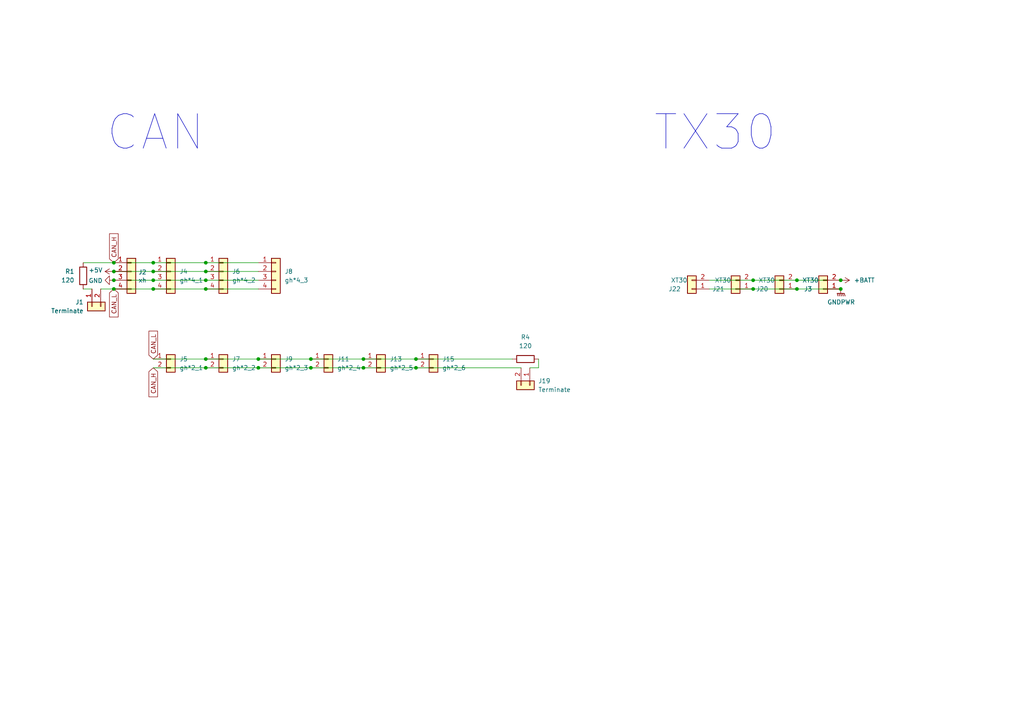
<source format=kicad_sch>
(kicad_sch (version 20230121) (generator eeschema)
  (paper "A4")
  (lib_symbols
    (symbol "Connector_Generic:Conn_01x02" (pin_names (offset 1.016) hide)
      (property "Reference" "J" (at 0 2.54 0))
      (property "Value" "Conn_01x02" (at 0 -5.08 0))
      (symbol "Conn_01x02_1_1"
        (rectangle (start -1.27 -2.413) (end 0 -2.667) (stroke (width 0.1524)))
        (rectangle (start -1.27 0.127) (end 0 -0.127) (stroke (width 0.1524)))
        (rectangle (start -1.27 1.27) (end 1.27 -3.81) (stroke (width 0.254)) (fill (type background)))
        (pin passive line (at -5.08 0 0) (length 3.81) (name "Pin_1") (number "1"))
        (pin passive line (at -5.08 -2.54 0) (length 3.81) (name "Pin_2") (number "2"))
      )
    )
    (symbol "Connector_Generic:Conn_01x04" (pin_names (offset 1.016) hide)
      (property "Reference" "J" (at 0 5.08 0))
      (property "Value" "Conn_01x04" (at 0 -7.62 0))
      (symbol "Conn_01x04_1_1"
        (rectangle (start -1.27 -4.953) (end 0 -5.207) (stroke (width 0.1524)))
        (rectangle (start -1.27 -2.413) (end 0 -2.667) (stroke (width 0.1524)))
        (rectangle (start -1.27 0.127) (end 0 -0.127) (stroke (width 0.1524)))
        (rectangle (start -1.27 2.667) (end 0 2.413) (stroke (width 0.1524)))
        (rectangle (start -1.27 3.81) (end 1.27 -6.35) (stroke (width 0.254)) (fill (type background)))
        (pin passive line (at -5.08 2.54 0) (length 3.81) (name "Pin_1") (number "1"))
        (pin passive line (at -5.08 0 0) (length 3.81) (name "Pin_2") (number "2"))
        (pin passive line (at -5.08 -2.54 0) (length 3.81) (name "Pin_3") (number "3"))
        (pin passive line (at -5.08 -5.08 0) (length 3.81) (name "Pin_4") (number "4"))
      )
    )
    (symbol "Device:R" (pin_numbers hide) (pin_names (offset 0))
      (property "Reference" "R" (at 2.032 0 90))
      (property "Value" "R" (at 0 0 90))
      (symbol "R_0_1"
        (rectangle (start -1.016 -2.54) (end 1.016 2.54) (stroke (width 0.254)))
      )
      (symbol "R_1_1"
        (pin passive line (at 0 3.81 270) (length 1.27) (name "~") (number "1"))
        (pin passive line (at 0 -3.81 90) (length 1.27) (name "~") (number "2"))
      )
    )
    (symbol "power:+5V" (power) (pin_names (offset 0))
      (property "Value" "+5V" (at 0 3.556 0))
      (symbol "+5V_0_1"
        (polyline (pts (xy -0.762 1.27) (xy 0 2.54)))
        (polyline (pts (xy 0 0) (xy 0 2.54)))
        (polyline (pts (xy 0 2.54) (xy 0.762 1.27)))
      )
      (symbol "+5V_1_1"
        (pin power_in line (at 0 0 90) (length 0) hide (name "+5V") (number "1"))
      )
    )
    (symbol "power:+BATT" (power) (pin_names (offset 0))
      (property "Value" "+BATT" (at 0 3.556 0))
      (symbol "+BATT_0_1"
        (polyline (pts (xy -0.762 1.27) (xy 0 2.54)))
        (polyline (pts (xy 0 0) (xy 0 2.54)))
        (polyline (pts (xy 0 2.54) (xy 0.762 1.27)))
      )
      (symbol "+BATT_1_1"
        (pin power_in line (at 0 0 90) (length 0) hide (name "+BATT") (number "1"))
      )
    )
    (symbol "power:GND" (power) (pin_names (offset 0))
      (property "Value" "GND" (at 0 -3.81 0))
      (symbol "GND_0_1"
        (polyline (pts (xy 0 0) (xy 0 -1.27) (xy 1.27 -1.27) (xy 0 -2.54) (xy -1.27 -1.27) (xy 0 -1.27)))
      )
      (symbol "GND_1_1"
        (pin power_in line (at 0 0 270) (length 0) hide (name "GND") (number "1"))
      )
    )
    (symbol "power:GNDPWR" (power) (pin_names (offset 0))
      (property "Value" "GNDPWR" (at 0 -3.302 0))
      (symbol "GNDPWR_0_1"
        (polyline (pts (xy 0 -1.27) (xy 0 0)))
        (polyline (pts (xy -1.016 -1.27) (xy -1.27 -2.032) (xy -1.27 -2.032)) (stroke (width 0.2032)))
        (polyline (pts (xy -0.508 -1.27) (xy -0.762 -2.032) (xy -0.762 -2.032)) (stroke (width 0.2032)))
        (polyline (pts (xy 0 -1.27) (xy -0.254 -2.032) (xy -0.254 -2.032)) (stroke (width 0.2032)))
        (polyline (pts (xy 0.508 -1.27) (xy 0.254 -2.032) (xy 0.254 -2.032)) (stroke (width 0.2032)))
        (polyline (pts (xy 1.016 -1.27) (xy -1.016 -1.27) (xy -1.016 -1.27)) (stroke (width 0.2032)))
        (polyline (pts (xy 1.016 -1.27) (xy 0.762 -2.032) (xy 0.762 -2.032) (xy 0.762 -2.032)) (stroke (width 0.2032)))
      )
      (symbol "GNDPWR_1_1"
        (pin power_in line (at 0 0 270) (length 0) hide (name "GNDPWR") (number "1"))
      )
    )
  )
  (junction (at 59.69 78.74))
  (junction (at 59.69 83.82))
  (junction (at 243.84 81.28))
  (junction (at 59.69 104.14))
  (junction (at 59.69 76.2))
  (junction (at 231.14 83.82))
  (junction (at 33.02 81.28))
  (junction (at 33.02 78.74))
  (junction (at 33.02 76.2))
  (junction (at 59.69 81.28))
  (junction (at 74.93 106.68))
  (junction (at 44.45 78.74))
  (junction (at 243.84 83.82))
  (junction (at 59.69 106.68))
  (junction (at 44.45 76.2))
  (junction (at 44.45 81.28))
  (junction (at 74.93 104.14))
  (junction (at 90.17 106.68))
  (junction (at 33.02 83.82))
  (junction (at 120.65 104.14))
  (junction (at 218.44 83.82))
  (junction (at 105.41 106.68))
  (junction (at 90.17 104.14))
  (junction (at 120.65 106.68))
  (junction (at 44.45 83.82))
  (junction (at 231.14 81.28))
  (junction (at 105.41 104.14))
  (junction (at 218.44 81.28))
  (wire (pts (xy 231.14 81.28) (xy 218.44 81.28)))
  (wire (pts (xy 59.69 106.68) (xy 74.93 106.68)))
  (wire (pts (xy 105.41 104.14) (xy 120.65 104.14)))
  (wire (pts (xy 218.44 83.82) (xy 205.74 83.82)))
  (wire (pts (xy 26.67 83.82) (xy 24.13 83.82)))
  (wire (pts (xy 59.69 83.82) (xy 74.93 83.82)))
  (wire (pts (xy 59.69 76.2) (xy 74.93 76.2)))
  (wire (pts (xy 90.17 106.68) (xy 105.41 106.68)))
  (wire (pts (xy 59.69 81.28) (xy 74.93 81.28)))
  (wire (pts (xy 153.67 106.68) (xy 156.21 106.68)))
  (wire (pts (xy 218.44 81.28) (xy 205.74 81.28)))
  (wire (pts (xy 44.45 78.74) (xy 59.69 78.74)))
  (wire (pts (xy 59.69 104.14) (xy 74.93 104.14)))
  (wire (pts (xy 33.02 83.82) (xy 29.21 83.82)))
  (wire (pts (xy 156.21 104.14) (xy 156.21 106.68)))
  (wire (pts (xy 74.93 106.68) (xy 90.17 106.68)))
  (wire (pts (xy 243.84 83.82) (xy 231.14 83.82)))
  (wire (pts (xy 44.45 83.82) (xy 59.69 83.82)))
  (wire (pts (xy 74.93 104.14) (xy 90.17 104.14)))
  (wire (pts (xy 59.69 78.74) (xy 74.93 78.74)))
  (wire (pts (xy 44.45 76.2) (xy 59.69 76.2)))
  (wire (pts (xy 231.14 83.82) (xy 218.44 83.82)))
  (wire (pts (xy 33.02 76.2) (xy 24.13 76.2)))
  (wire (pts (xy 44.45 104.14) (xy 59.69 104.14)))
  (wire (pts (xy 120.65 106.68) (xy 151.13 106.68)))
  (wire (pts (xy 44.45 81.28) (xy 59.69 81.28)))
  (wire (pts (xy 33.02 83.82) (xy 44.45 83.82)))
  (wire (pts (xy 33.02 78.74) (xy 44.45 78.74)))
  (wire (pts (xy 120.65 104.14) (xy 148.59 104.14)))
  (wire (pts (xy 33.02 76.2) (xy 44.45 76.2)))
  (wire (pts (xy 44.45 106.68) (xy 59.69 106.68)))
  (wire (pts (xy 105.41 106.68) (xy 120.65 106.68)))
  (wire (pts (xy 33.02 81.28) (xy 44.45 81.28)))
  (wire (pts (xy 90.17 104.14) (xy 105.41 104.14)))
  (wire (pts (xy 243.84 81.28) (xy 231.14 81.28)))
  (text "CAN" (at 30.48 44.45 0) (effects (font (size 10 10)) (justify left bottom)))
  (text "TX30" (at 189.23 44.45 0) (effects (font (size 10 10)) (justify left bottom)))
  (global_label "CAN_H" (shape input) (at 33.02 76.2 90) (property "Intersheetrefs" "${INTERSHEET_REFS}" (effects hide)))
  (global_label "CAN_H" (shape input) (at 44.45 106.68 270) (property "Intersheetrefs" "${INTERSHEET_REFS}" (effects hide)))
  (global_label "CAN_L" (shape input) (at 33.02 83.82 270) (property "Intersheetrefs" "${INTERSHEET_REFS}" (effects hide)))
  (global_label "CAN_L" (shape input) (at 44.45 104.14 90) (property "Intersheetrefs" "${INTERSHEET_REFS}" (effects hide)))
  (symbol (lib_id "Connector_Generic:Conn_01x02") (at 238.76 83.82 180) (unit 1)
    (property "Reference" "J3" (at 235.585 83.8201 0) (effects (justify left)))
    (property "Value" "XT30" (at 237.49 81.28 0) (effects (justify left)))
    (property "Footprint" "NagaokaFootprint2023:POWER_PAD_normal" (effects hide))
  )
  (symbol (lib_id "Connector_Generic:Conn_01x02") (at 95.25 104.14 0) (unit 1)
    (property "Reference" "J11" (at 97.79 104.14 0) (effects (justify left)))
    (property "Value" "gh*2_4" (at 97.79 106.68 0) (effects (justify left)))
    (property "Footprint" "Connector_JST:JST_GH_BM02B-GHS-TBT_1x02-1MP_P1.25mm_Vertical" (effects hide))
  )
  (symbol (lib_id "Connector_Generic:Conn_01x02") (at 125.73 104.14 0) (unit 1)
    (property "Reference" "J15" (at 128.27 104.14 0) (effects (justify left)))
    (property "Value" "gh*2_6" (at 128.27 106.68 0) (effects (justify left)))
    (property "Footprint" "Connector_JST:JST_GH_BM02B-GHS-TBT_1x02-1MP_P1.25mm_Vertical" (effects hide))
  )
  (symbol (lib_id "Connector_Generic:Conn_01x02") (at 200.66 83.82 180) (unit 1)
    (property "Reference" "J22" (at 197.485 83.8201 0) (effects (justify left)))
    (property "Value" "XT30" (at 199.39 81.28 0) (effects (justify left)))
    (property "Footprint" "Connector_AMASS:AMASS_XT30UPB-M_1x02_P5.0mm_Vertical" (effects hide))
  )
  (symbol (lib_id "Connector_Generic:Conn_01x04") (at 49.53 78.74 0) (unit 1)
    (property "Reference" "J4" (at 52.07 78.74 0) (effects (justify left)))
    (property "Value" "gh*4_1" (at 52.07 81.28 0) (effects (justify left)))
    (property "Footprint" "Connector_JST:JST_GH_BM04B-GHS-TBT_1x04-1MP_P1.25mm_Vertical" (effects hide))
  )
  (symbol (lib_id "Connector_Generic:Conn_01x04") (at 64.77 78.74 0) (unit 1)
    (property "Reference" "J6" (at 67.31 78.74 0) (effects (justify left)))
    (property "Value" "gh*4_2" (at 67.31 81.28 0) (effects (justify left)))
    (property "Footprint" "Connector_JST:JST_GH_BM04B-GHS-TBT_1x04-1MP_P1.25mm_Vertical" (effects hide))
  )
  (symbol (lib_id "Connector_Generic:Conn_01x02") (at 80.01 104.14 0) (unit 1)
    (property "Reference" "J9" (at 82.55 104.14 0) (effects (justify left)))
    (property "Value" "gh*2_3" (at 82.55 106.68 0) (effects (justify left)))
    (property "Footprint" "Connector_JST:JST_GH_BM02B-GHS-TBT_1x02-1MP_P1.25mm_Vertical" (effects hide))
  )
  (symbol (lib_id "Device:R") (at 24.13 80.01 0) (mirror y) (unit 1)
    (property "Reference" "R1" (at 21.59 78.74 0) (effects (justify left)))
    (property "Value" "120" (at 21.59 81.28 0) (effects (justify left)))
    (property "Footprint" "Footprint_nishi:R_0603_1608" (effects hide))
  )
  (symbol (lib_id "Connector_Generic:Conn_01x02") (at 153.67 111.76 270) (unit 1)
    (property "Reference" "J19" (at 156.083 110.49 90) (effects (justify left)))
    (property "Value" "Terminate" (at 156.083 113.03 90) (effects (justify left)))
    (property "Footprint" "Connector_PinSocket_2.54mm:PinSocket_1x02_P2.54mm_Vertical" (effects hide))
  )
  (symbol (lib_id "power:GND") (at 33.02 81.28 270) (unit 1)
    (property "Reference" "#PWR02" (effects hide))
    (property "Value" "GND" (at 29.7688 81.407 90) (effects (justify right)))
  )
  (symbol (lib_id "Connector_Generic:Conn_01x02") (at 64.77 104.14 0) (unit 1)
    (property "Reference" "J7" (at 67.31 104.14 0) (effects (justify left)))
    (property "Value" "gh*2_2" (at 67.31 106.68 0) (effects (justify left)))
    (property "Footprint" "Connector_JST:JST_GH_BM02B-GHS-TBT_1x02-1MP_P1.25mm_Vertical" (effects hide))
  )
  (symbol (lib_id "power:GNDPWR") (at 243.84 83.82 0) (mirror y) (unit 1)
    (property "Reference" "#PWR04" (effects hide))
    (property "Value" "GNDPWR" (at 243.967 87.63 0))
  )
  (symbol (lib_id "Connector_Generic:Conn_01x02") (at 213.36 83.82 180) (unit 1)
    (property "Reference" "J21" (at 210.185 83.8201 0) (effects (justify left)))
    (property "Value" "XT30" (at 212.09 81.28 0) (effects (justify left)))
    (property "Footprint" "Connector_AMASS:AMASS_XT30UPB-M_1x02_P5.0mm_Vertical" (effects hide))
  )
  (symbol (lib_id "Connector_Generic:Conn_01x04") (at 80.01 78.74 0) (unit 1)
    (property "Reference" "J8" (at 82.55 78.74 0) (effects (justify left)))
    (property "Value" "gh*4_3" (at 82.55 81.28 0) (effects (justify left)))
    (property "Footprint" "Connector_JST:JST_GH_BM04B-GHS-TBT_1x04-1MP_P1.25mm_Vertical" (effects hide))
  )
  (symbol (lib_id "Connector_Generic:Conn_01x02") (at 26.67 88.9 90) (mirror x) (unit 1)
    (property "Reference" "J1" (at 24.257 87.63 90) (effects (justify left)))
    (property "Value" "Terminate" (at 24.257 90.17 90) (effects (justify left)))
    (property "Footprint" "Connector_PinSocket_2.54mm:PinSocket_1x02_P2.54mm_Vertical" (effects hide))
  )
  (symbol (lib_id "power:+BATT") (at 243.84 81.28 270) (unit 1)
    (property "Reference" "#PWR03" (effects hide))
    (property "Value" "+BATT" (at 247.65 81.28 90) (effects (justify left)))
  )
  (symbol (lib_id "Connector_Generic:Conn_01x02") (at 49.53 104.14 0) (unit 1)
    (property "Reference" "J5" (at 52.07 104.14 0) (effects (justify left)))
    (property "Value" "gh*2_1" (at 52.07 106.68 0) (effects (justify left)))
    (property "Footprint" "Connector_JST:JST_GH_BM02B-GHS-TBT_1x02-1MP_P1.25mm_Vertical" (effects hide))
  )
  (symbol (lib_id "Device:R") (at 152.4 104.14 90) (unit 1)
    (property "Reference" "R4" (at 152.4 97.79 90))
    (property "Value" "120" (at 152.4 100.33 90))
    (property "Footprint" "Footprint_nishi:R_0603_1608" (effects hide))
  )
  (symbol (lib_id "Connector_Generic:Conn_01x02") (at 110.49 104.14 0) (unit 1)
    (property "Reference" "J13" (at 113.03 104.14 0) (effects (justify left)))
    (property "Value" "gh*2_5" (at 113.03 106.68 0) (effects (justify left)))
    (property "Footprint" "Connector_JST:JST_GH_BM02B-GHS-TBT_1x02-1MP_P1.25mm_Vertical" (effects hide))
  )
  (symbol (lib_id "power:+5V") (at 33.02 78.74 90) (unit 1)
    (property "Reference" "#PWR01" (effects hide))
    (property "Value" "+5V" (at 29.7688 78.359 90) (effects (justify left)))
  )
  (symbol (lib_id "Connector_Generic:Conn_01x02") (at 226.06 83.82 180) (unit 1)
    (property "Reference" "J20" (at 222.885 83.8201 0) (effects (justify left)))
    (property "Value" "XT30" (at 224.79 81.28 0) (effects (justify left)))
    (property "Footprint" "Connector_AMASS:AMASS_XT30UPB-M_1x02_P5.0mm_Vertical" (effects hide))
  )
  (symbol (lib_id "Connector_Generic:Conn_01x04") (at 38.1 78.74 0) (unit 1)
    (property "Reference" "J2" (at 40.132 78.9432 0) (effects (justify left)))
    (property "Value" "xh" (at 40.132 81.2546 0) (effects (justify left)))
    (property "Footprint" "Connector_JST:JST_XA_B04B-XASK-1_1x04_P2.50mm_Vertical" (effects hide))
  )
)
</source>
